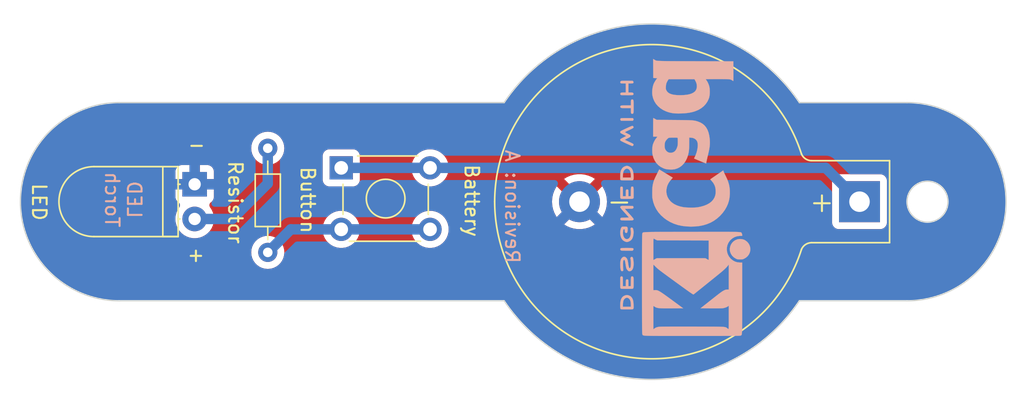
<source format=kicad_pcb>
(kicad_pcb (version 20221018) (generator pcbnew)
  (title_block (title "LED Torch") (date "2023-11-20") (rev "A") (company "Project 1 of KiCad Like a Pro"))
  (layers (0 "F.Cu" signal) (31 "B.Cu" signal) (34 "B.Paste" user) (35 "F.Paste" user) (36 "B.SilkS" user "B.Silkscreen") (37 "F.SilkS" user "F.Silkscreen") (38 "B.Mask" user) (39 "F.Mask" user) (44 "Edge.Cuts" user))
  (net 0 "")
  (net 1 "/VCC")
  (net 2 "/GND")
  (net 3 "/ANODE")
  (net 4 "/SW")
  (footprint "Button_Switch_THT:SW_TH_Tactile_Omron_B3F-10xx" (layer "F.Cu") (at 130.378676 101.183148)
    (fp_text reference "SW1" hide)
    (fp_text value "Button" (at -2.45 2.35 -90 unlocked) (layer "F.SilkS"))
    (pad "1" thru_hole rect (at 0 0) (size 1.7 1.7) (drill 1) (layers "*.Cu" "*.Mask") (net 1 "/VCC"))
    (pad "1" thru_hole circle (at 6.5 0) (size 1.7 1.7) (drill 1) (layers "*.Cu" "*.Mask") (net 1 "/VCC"))
    (pad "2" thru_hole circle (at 0 4.5) (size 1.7 1.7) (drill 1) (layers "*.Cu" "*.Mask") (net 4 "/SW"))
    (pad "2" thru_hole circle (at 6.5 4.5) (size 1.7 1.7) (drill 1) (layers "*.Cu" "*.Mask") (net 4 "/SW"))
  )
  (footprint "Resistor_THT:R_Axial_DIN0204_L3.6mm_D1.6mm_P7.62mm_Horizontal" (layer "F.Cu") (at 125.003676 107.368148 90)
    (fp_text reference "R1" hide)
    (fp_text value "Resistor" (at 3.66 -2.375 270 unlocked) (layer "F.SilkS"))
    (pad "1" thru_hole circle (at 0 0 90) (size 1.4 1.4) (drill 0.7) (layers "*.Cu" "*.Mask") (net 4 "/SW"))
    (pad "2" thru_hole oval (at 7.62 0 90) (size 1.4 1.4) (drill 0.7) (layers "*.Cu" "*.Mask") (net 3 "/ANODE"))
  )
  (footprint "LED_THT:LED_D5.0mm_Horizontal_O1.27mm_Z3.0mm_Clear" (layer "F.Cu") (at 119.653676 102.383148 -90)
    (fp_text reference "D1" hide)
    (fp_text value "LED" (at 1.3 11.375 -90 unlocked) (layer "F.SilkS"))
    (pad "1" thru_hole rect (at 0 0 270) (size 1.8 1.8) (drill 0.9) (layers "*.Cu" "*.Mask") (net 2 "/GND"))
    (pad "2" thru_hole circle (at 2.54 0 270) (size 1.8 1.8) (drill 0.9) (layers "*.Cu" "*.Mask") (net 3 "/ANODE"))
  )
  (footprint "Battery:BatteryHolder_Keystone_103_1x20mm" (layer "F.Cu") (at 168.303677 103.658148 180)
    (fp_text reference "BT1")
    (fp_text value "Battery" (at 28.375001 0.075 270 unlocked) (layer "F.SilkS"))
    (fp_text user "+" (at 2.75 0) (layer "F.SilkS") (effects (font (size 1.5 1.5))))
    (fp_text user "-" (at 17.575001 0.05) (layer "F.SilkS") (effects (font (size 1.5 1.5))))
    (pad "1" thru_hole rect (at 0 0 180) (size 3 3) (drill 1.5) (layers "*.Cu" "*.Mask") (net 1 "/VCC"))
    (pad "2" thru_hole circle (at 20.49 0 180) (size 3 3) (drill 1.5) (layers "*.Cu" "*.Mask") (net 2 "/GND"))
  )
  (footprint "Symbol:KiCad-Logo2_8mm_SilkScreen" (layer "B.Cu") (at 156.378676 103.358148 90)
    (fp_text reference "TAG1" hide)
    (fp_text value "KiCad-Logo2_8mm_SilkScreen" hide)
  )
  (gr_line (start 114.128676 96.408148) (end 142.303677 96.408148) (stroke (width 0.1)) (layer "Edge.Cuts"))
  (gr_line (start 163.901876 110.90694) (end 171.778676 110.908148) (stroke (width 0.1)) (layer "Edge.Cuts"))
  (gr_line (start 114.128676 110.908148) (end 142.303677 110.908148) (stroke (width 0.1)) (layer "Edge.Cuts"))
  (gr_arc (start 171.778676 96.408148) (mid 179.028676 103.658148) (end 171.778676 110.908148) (stroke (width 0.1)) (layer "Edge.Cuts"))
  (gr_arc (start 163.901876 110.90694) (mid 153.103098 116.66485) (end 142.303677 110.908148) (stroke (width 0.1)) (layer "Edge.Cuts"))
  (gr_line (start 163.901876 96.409356) (end 171.778676 96.408148) (stroke (width 0.1)) (layer "Edge.Cuts"))
  (gr_circle (center 173.278676 103.658148) (end 174.778676 103.658148) (stroke (width 0.1)) (fill none) (layer "Edge.Cuts"))
  (gr_arc (start 114.128676 110.908148) (mid 106.878676 103.658148) (end 114.128676 96.408148) (stroke (width 0.1)) (layer "Edge.Cuts"))
  (gr_arc (start 142.303677 96.408148) (mid 153.103098 90.651446) (end 163.901876 96.409356) (stroke (width 0.1)) (layer "Edge.Cuts"))
  (gr_text "LED\nTorch" (at 113.03 103.505 270) (layer "B.SilkS") (effects (font (size 1 1)) (justify bottom mirror)))
  (gr_text "Revision: A" (at 142.303676 108.258148 270) (layer "B.SilkS") (effects (font (size 1 1)) (justify left bottom mirror)))
  (gr_text "+" (at 119.028676 108.133148) (layer "F.SilkS") (effects (font (size 1 1)) (justify left bottom)))
  (gr_text "-" (at 119.078676 100.083148) (layer "F.SilkS") (effects (font (size 1 1)) (justify left bottom)))
  (segment (start 165.828677 101.183148) (end 136.878676 101.183148) (width 0.762) (layer "B.Cu") (net 1))
  (segment (start 136.878676 101.183148) (end 130.378676 101.183148) (width 0.762) (layer "B.Cu") (net 1))
  (segment (start 168.303677 103.658148) (end 165.828677 101.183148) (width 0.762) (layer "B.Cu") (net 1))
  (segment (start 119.653676 104.923148) (end 122.406852 104.923148) (width 0.762) (layer "B.Cu") (net 3))
  (segment (start 125.003676 102.326324) (end 125.003676 99.748148) (width 0.762) (layer "B.Cu") (net 3))
  (segment (start 122.406852 104.923148) (end 125.003676 102.326324) (width 0.762) (layer "B.Cu") (net 3))
  (segment (start 130.378676 105.683148) (end 126.688676 105.683148) (width 0.762) (layer "B.Cu") (net 4))
  (segment (start 126.688676 105.683148) (end 125.003676 107.368148) (width 0.762) (layer "B.Cu") (net 4))
  (segment (start 130.378676 105.683148) (end 136.878676 105.683148) (width 0.762) (layer "B.Cu") (net 4))
  (zone (net 2) (net_name "/GND") (layer "F.Cu") (connect_pads (clearance 0.508)) (min_thickness 0.508) (fill yes (thermal_gap 0.508) (thermal_bridge_width 0.762))
    (polygon (pts (xy 105.41 88.9) (xy 180.34 88.9) (xy 180.34 118.11) (xy 105.41 118.11)))
  )
  (zone (net 2) (net_name "/GND") (layer "B.Cu") (connect_pads (clearance 0.508)) (min_thickness 0.508) (fill yes (thermal_gap 0.508) (thermal_bridge_width 0.762))
    (polygon (pts (xy 105.41 88.9) (xy 180.34 88.9) (xy 180.34 118.11) (xy 105.41 118.11)))
  )
)
</source>
